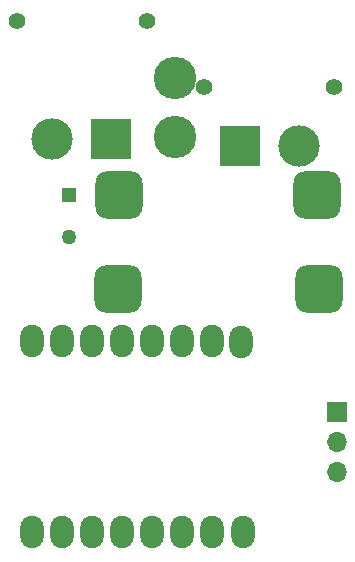
<source format=gbr>
%TF.GenerationSoftware,KiCad,Pcbnew,8.0.4*%
%TF.CreationDate,2025-02-11T21:16:32-05:00*%
%TF.ProjectId,DC_ESP32_Motor_Board_CAN,44435f45-5350-4333-925f-4d6f746f725f,rev?*%
%TF.SameCoordinates,Original*%
%TF.FileFunction,Soldermask,Bot*%
%TF.FilePolarity,Negative*%
%FSLAX46Y46*%
G04 Gerber Fmt 4.6, Leading zero omitted, Abs format (unit mm)*
G04 Created by KiCad (PCBNEW 8.0.4) date 2025-02-11 21:16:32*
%MOMM*%
%LPD*%
G01*
G04 APERTURE LIST*
G04 Aperture macros list*
%AMRoundRect*
0 Rectangle with rounded corners*
0 $1 Rounding radius*
0 $2 $3 $4 $5 $6 $7 $8 $9 X,Y pos of 4 corners*
0 Add a 4 corners polygon primitive as box body*
4,1,4,$2,$3,$4,$5,$6,$7,$8,$9,$2,$3,0*
0 Add four circle primitives for the rounded corners*
1,1,$1+$1,$2,$3*
1,1,$1+$1,$4,$5*
1,1,$1+$1,$6,$7*
1,1,$1+$1,$8,$9*
0 Add four rect primitives between the rounded corners*
20,1,$1+$1,$2,$3,$4,$5,0*
20,1,$1+$1,$4,$5,$6,$7,0*
20,1,$1+$1,$6,$7,$8,$9,0*
20,1,$1+$1,$8,$9,$2,$3,0*%
G04 Aperture macros list end*
%ADD10C,1.400000*%
%ADD11R,3.500000X3.500000*%
%ADD12C,3.500000*%
%ADD13R,1.275000X1.275000*%
%ADD14C,1.275000*%
%ADD15R,1.700000X1.700000*%
%ADD16O,1.700000X1.700000*%
%ADD17C,3.600000*%
%ADD18RoundRect,1.000000X1.000000X1.000000X-1.000000X1.000000X-1.000000X-1.000000X1.000000X-1.000000X0*%
%ADD19RoundRect,1.000000X-0.000010X0.375000X-0.000010X-0.375000X0.000010X-0.375000X0.000010X0.375000X0*%
G04 APERTURE END LIST*
D10*
%TO.C,J4*%
X78916000Y-55626000D03*
X89916000Y-55626000D03*
D11*
X86916000Y-65626000D03*
D12*
X81916000Y-65626000D03*
%TD*%
D13*
%TO.C,C1*%
X83337400Y-70383400D03*
D14*
X83337401Y-73883400D03*
%TD*%
D15*
%TO.C,J8*%
X106045000Y-88773000D03*
D16*
X106045000Y-91313000D03*
X106045000Y-93852999D03*
%TD*%
D17*
%TO.C,J7*%
X92332600Y-65474400D03*
X92332600Y-60474400D03*
%TD*%
D10*
%TO.C,J3*%
X94791000Y-61214000D03*
X105791000Y-61214000D03*
D11*
X97791000Y-66214000D03*
D12*
X102791000Y-66214000D03*
%TD*%
D18*
%TO.C,VR1*%
X87579200Y-70332600D03*
X87452200Y-78333600D03*
X104470200Y-78333600D03*
X104343200Y-70332600D03*
%TD*%
D19*
%TO.C,U1*%
X80176401Y-82738900D03*
X82716400Y-82738901D03*
X85256401Y-82738900D03*
X87796401Y-82738899D03*
X90336400Y-82738900D03*
X92876400Y-82738901D03*
X95416398Y-82738899D03*
X97915400Y-82792900D03*
X98042400Y-98921900D03*
X95416401Y-98903901D03*
X92876400Y-98903900D03*
X90336402Y-98903900D03*
X87796398Y-98903900D03*
X85256400Y-98903900D03*
X82716404Y-98903901D03*
X80176400Y-98903902D03*
%TD*%
M02*

</source>
